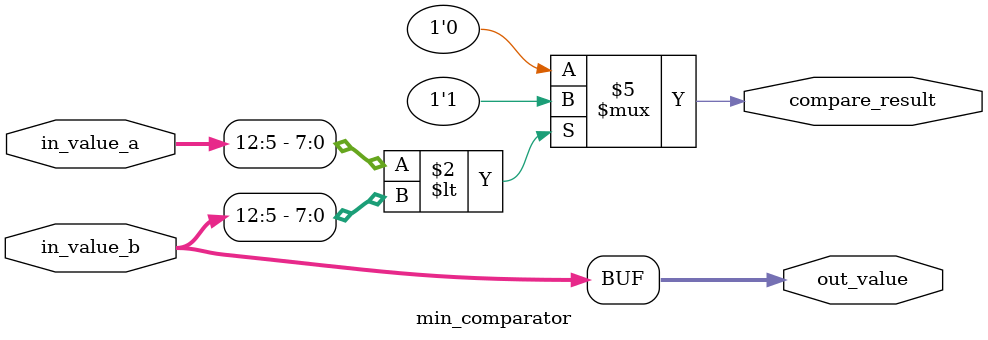
<source format=v>
`timescale 1ns / 1ps

module min_comparator(in_value_a, in_value_b, compare_result, out_value);
input signed [12:0] in_value_a; // value a + index 8+5 bits
input signed [12:0] in_value_b; // value b+ index 8+5 bits
output reg  compare_result; // binary 1 or 0
output reg [12:0] out_value; // value+index

always @(*)
begin
if(in_value_a[12:5]<in_value_b[12:5]) compare_result <= 1;
else  compare_result <= 0;

if(compare_result) out_value <= in_value_a;
else out_value <= in_value_b;
       
end

endmodule

</source>
